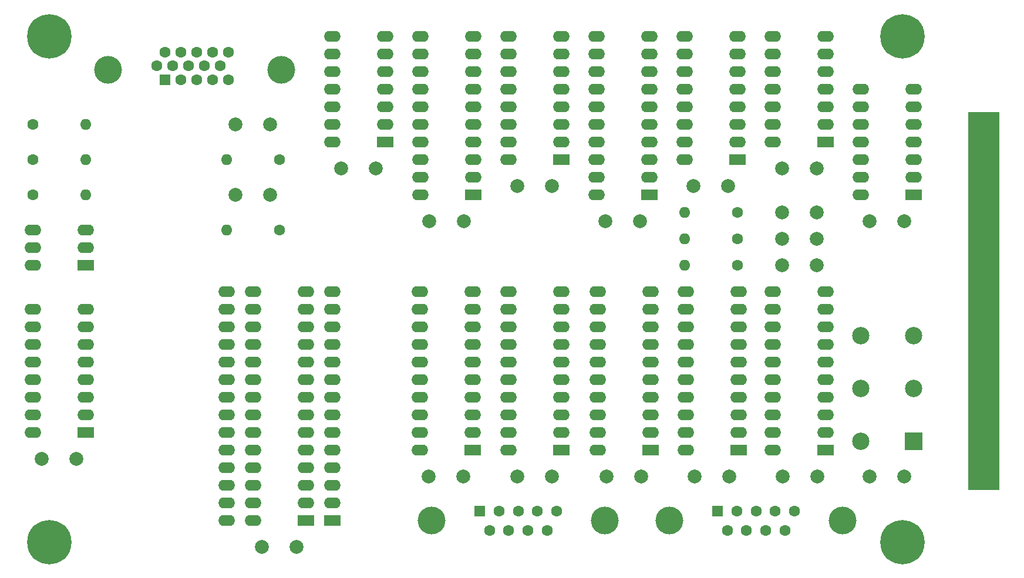
<source format=gbs>
G04 #@! TF.GenerationSoftware,KiCad,Pcbnew,5.1.10*
G04 #@! TF.CreationDate,2022-03-17T13:13:52-07:00*
G04 #@! TF.ProjectId,zf_vga,7a665f76-6761-42e6-9b69-6361645f7063,rev?*
G04 #@! TF.SameCoordinates,Original*
G04 #@! TF.FileFunction,Soldermask,Bot*
G04 #@! TF.FilePolarity,Negative*
%FSLAX46Y46*%
G04 Gerber Fmt 4.6, Leading zero omitted, Abs format (unit mm)*
G04 Created by KiCad (PCBNEW 5.1.10) date 2022-03-17 13:13:52*
%MOMM*%
%LPD*%
G01*
G04 APERTURE LIST*
%ADD10C,0.100000*%
%ADD11C,4.000000*%
%ADD12C,1.600000*%
%ADD13R,1.600000X1.600000*%
%ADD14O,2.400000X1.600000*%
%ADD15R,2.400000X1.600000*%
%ADD16C,2.500000*%
%ADD17R,2.500000X2.500000*%
%ADD18C,2.000000*%
%ADD19C,6.400000*%
%ADD20O,1.600000X1.600000*%
G04 APERTURE END LIST*
D10*
G36*
X229618999Y-95994000D02*
G01*
X225118999Y-95994000D01*
X225118999Y-41494000D01*
X229618999Y-41494000D01*
X229618999Y-95994000D01*
G37*
D11*
X101104000Y-35358000D03*
X126104000Y-35358000D03*
D12*
X118449000Y-32818000D03*
X116159000Y-32818000D03*
X113869000Y-32818000D03*
X111579000Y-32818000D03*
X109289000Y-32818000D03*
X117304000Y-34798000D03*
X115014000Y-34798000D03*
X112724000Y-34798000D03*
X110434000Y-34798000D03*
X108144000Y-34798000D03*
X118449000Y-36778000D03*
X116159000Y-36778000D03*
X113869000Y-36778000D03*
X111579000Y-36778000D03*
D13*
X109289000Y-36778000D03*
D11*
X207040000Y-100414000D03*
X182040000Y-100414000D03*
D12*
X198695000Y-101834000D03*
X195925000Y-101834000D03*
X193155000Y-101834000D03*
X190385000Y-101834000D03*
X200080000Y-98994000D03*
X197310000Y-98994000D03*
X194540000Y-98994000D03*
X191770000Y-98994000D03*
D13*
X189000000Y-98994000D03*
D11*
X172759000Y-100414000D03*
X147759000Y-100414000D03*
D12*
X164414000Y-101834000D03*
X161644000Y-101834000D03*
X158874000Y-101834000D03*
X156104000Y-101834000D03*
X165799000Y-98994000D03*
X163029000Y-98994000D03*
X160259000Y-98994000D03*
X157489000Y-98994000D03*
D13*
X154719000Y-98994000D03*
D14*
X122029000Y-100344000D03*
X129649000Y-67324000D03*
X122029000Y-97804000D03*
X129649000Y-69864000D03*
X122029000Y-95264000D03*
X129649000Y-72404000D03*
X122029000Y-92724000D03*
X129649000Y-74944000D03*
X122029000Y-90184000D03*
X129649000Y-77484000D03*
X122029000Y-87644000D03*
X129649000Y-80024000D03*
X122029000Y-85104000D03*
X129649000Y-82564000D03*
X122029000Y-82564000D03*
X129649000Y-85104000D03*
X122029000Y-80024000D03*
X129649000Y-87644000D03*
X122029000Y-77484000D03*
X129649000Y-90184000D03*
X122029000Y-74944000D03*
X129649000Y-92724000D03*
X122029000Y-72404000D03*
X129649000Y-95264000D03*
X122029000Y-69864000D03*
X129649000Y-97804000D03*
X122029000Y-67324000D03*
D15*
X129649000Y-100344000D03*
D16*
X209619000Y-81294000D03*
X217239000Y-81294000D03*
X217239000Y-73674000D03*
X209619000Y-73674000D03*
X209619000Y-88914000D03*
D17*
X217239000Y-88914000D03*
D18*
X147414000Y-57164000D03*
X152414000Y-57164000D03*
D14*
X118219000Y-100344000D03*
X133459000Y-67324000D03*
X118219000Y-97804000D03*
X133459000Y-69864000D03*
X118219000Y-95264000D03*
X133459000Y-72404000D03*
X118219000Y-92724000D03*
X133459000Y-74944000D03*
X118219000Y-90184000D03*
X133459000Y-77484000D03*
X118219000Y-87644000D03*
X133459000Y-80024000D03*
X118219000Y-85104000D03*
X133459000Y-82564000D03*
X118219000Y-82564000D03*
X133459000Y-85104000D03*
X118219000Y-80024000D03*
X133459000Y-87644000D03*
X118219000Y-77484000D03*
X133459000Y-90184000D03*
X118219000Y-74944000D03*
X133459000Y-92724000D03*
X118219000Y-72404000D03*
X133459000Y-95264000D03*
X118219000Y-69864000D03*
X133459000Y-97804000D03*
X118219000Y-67324000D03*
D15*
X133459000Y-100344000D03*
X179139000Y-53354000D03*
D14*
X171519000Y-30494000D03*
X179139000Y-50814000D03*
X171519000Y-33034000D03*
X179139000Y-48274000D03*
X171519000Y-35574000D03*
X179139000Y-45734000D03*
X171519000Y-38114000D03*
X179139000Y-43194000D03*
X171519000Y-40654000D03*
X179139000Y-40654000D03*
X171519000Y-43194000D03*
X179139000Y-38114000D03*
X171519000Y-45734000D03*
X179139000Y-35574000D03*
X171519000Y-48274000D03*
X179139000Y-33034000D03*
X171519000Y-50814000D03*
X179139000Y-30494000D03*
X171519000Y-53354000D03*
D19*
X92619000Y-30494000D03*
X215619000Y-103494000D03*
X215619000Y-30494000D03*
X92619000Y-103494000D03*
D15*
X204539000Y-90184000D03*
D14*
X196919000Y-67324000D03*
X204539000Y-87644000D03*
X196919000Y-69864000D03*
X204539000Y-85104000D03*
X196919000Y-72404000D03*
X204539000Y-82564000D03*
X196919000Y-74944000D03*
X204539000Y-80024000D03*
X196919000Y-77484000D03*
X204539000Y-77484000D03*
X196919000Y-80024000D03*
X204539000Y-74944000D03*
X196919000Y-82564000D03*
X204539000Y-72404000D03*
X196919000Y-85104000D03*
X204539000Y-69864000D03*
X196919000Y-87644000D03*
X204539000Y-67324000D03*
X196919000Y-90184000D03*
D15*
X191839000Y-48274000D03*
D14*
X184219000Y-30494000D03*
X191839000Y-45734000D03*
X184219000Y-33034000D03*
X191839000Y-43194000D03*
X184219000Y-35574000D03*
X191839000Y-40654000D03*
X184219000Y-38114000D03*
X191839000Y-38114000D03*
X184219000Y-40654000D03*
X191839000Y-35574000D03*
X184219000Y-43194000D03*
X191839000Y-33034000D03*
X184219000Y-45734000D03*
X191839000Y-30494000D03*
X184219000Y-48274000D03*
D15*
X192039000Y-90184000D03*
D14*
X184419000Y-67324000D03*
X192039000Y-87644000D03*
X184419000Y-69864000D03*
X192039000Y-85104000D03*
X184419000Y-72404000D03*
X192039000Y-82564000D03*
X184419000Y-74944000D03*
X192039000Y-80024000D03*
X184419000Y-77484000D03*
X192039000Y-77484000D03*
X184419000Y-80024000D03*
X192039000Y-74944000D03*
X184419000Y-82564000D03*
X192039000Y-72404000D03*
X184419000Y-85104000D03*
X192039000Y-69864000D03*
X184419000Y-87644000D03*
X192039000Y-67324000D03*
X184419000Y-90184000D03*
D15*
X179339000Y-90184000D03*
D14*
X171719000Y-67324000D03*
X179339000Y-87644000D03*
X171719000Y-69864000D03*
X179339000Y-85104000D03*
X171719000Y-72404000D03*
X179339000Y-82564000D03*
X171719000Y-74944000D03*
X179339000Y-80024000D03*
X171719000Y-77484000D03*
X179339000Y-77484000D03*
X171719000Y-80024000D03*
X179339000Y-74944000D03*
X171719000Y-82564000D03*
X179339000Y-72404000D03*
X171719000Y-85104000D03*
X179339000Y-69864000D03*
X171719000Y-87644000D03*
X179339000Y-67324000D03*
X171719000Y-90184000D03*
D15*
X166439000Y-48274000D03*
D14*
X158819000Y-30494000D03*
X166439000Y-45734000D03*
X158819000Y-33034000D03*
X166439000Y-43194000D03*
X158819000Y-35574000D03*
X166439000Y-40654000D03*
X158819000Y-38114000D03*
X166439000Y-38114000D03*
X158819000Y-40654000D03*
X166439000Y-35574000D03*
X158819000Y-43194000D03*
X166439000Y-33034000D03*
X158819000Y-45734000D03*
X166439000Y-30494000D03*
X158819000Y-48274000D03*
D15*
X166439000Y-90184000D03*
D14*
X158819000Y-67324000D03*
X166439000Y-87644000D03*
X158819000Y-69864000D03*
X166439000Y-85104000D03*
X158819000Y-72404000D03*
X166439000Y-82564000D03*
X158819000Y-74944000D03*
X166439000Y-80024000D03*
X158819000Y-77484000D03*
X166439000Y-77484000D03*
X158819000Y-80024000D03*
X166439000Y-74944000D03*
X158819000Y-82564000D03*
X166439000Y-72404000D03*
X158819000Y-85104000D03*
X166439000Y-69864000D03*
X158819000Y-87644000D03*
X166439000Y-67324000D03*
X158819000Y-90184000D03*
X146050000Y-90184000D03*
X153670000Y-67324000D03*
X146050000Y-87644000D03*
X153670000Y-69864000D03*
X146050000Y-85104000D03*
X153670000Y-72404000D03*
X146050000Y-82564000D03*
X153670000Y-74944000D03*
X146050000Y-80024000D03*
X153670000Y-77484000D03*
X146050000Y-77484000D03*
X153670000Y-80024000D03*
X146050000Y-74944000D03*
X153670000Y-82564000D03*
X146050000Y-72404000D03*
X153670000Y-85104000D03*
X146050000Y-69864000D03*
X153670000Y-87644000D03*
X146050000Y-67324000D03*
D15*
X153670000Y-90184000D03*
X153739000Y-53354000D03*
D14*
X146119000Y-30494000D03*
X153739000Y-50814000D03*
X146119000Y-33034000D03*
X153739000Y-48274000D03*
X146119000Y-35574000D03*
X153739000Y-45734000D03*
X146119000Y-38114000D03*
X153739000Y-43194000D03*
X146119000Y-40654000D03*
X153739000Y-40654000D03*
X146119000Y-43194000D03*
X153739000Y-38114000D03*
X146119000Y-45734000D03*
X153739000Y-35574000D03*
X146119000Y-48274000D03*
X153739000Y-33034000D03*
X146119000Y-50814000D03*
X153739000Y-30494000D03*
X146119000Y-53354000D03*
X209619000Y-53354000D03*
X217239000Y-38114000D03*
X209619000Y-50814000D03*
X217239000Y-40654000D03*
X209619000Y-48274000D03*
X217239000Y-43194000D03*
X209619000Y-45734000D03*
X217239000Y-45734000D03*
X209619000Y-43194000D03*
X217239000Y-48274000D03*
X209619000Y-40654000D03*
X217239000Y-50814000D03*
X209619000Y-38114000D03*
D15*
X217239000Y-53354000D03*
X141039000Y-45734000D03*
D14*
X133419000Y-30494000D03*
X141039000Y-43194000D03*
X133419000Y-33034000D03*
X141039000Y-40654000D03*
X133419000Y-35574000D03*
X141039000Y-38114000D03*
X133419000Y-38114000D03*
X141039000Y-35574000D03*
X133419000Y-40654000D03*
X141039000Y-33034000D03*
X133419000Y-43194000D03*
X141039000Y-30494000D03*
X133419000Y-45734000D03*
D15*
X204539000Y-45734000D03*
D14*
X196919000Y-30494000D03*
X204539000Y-43194000D03*
X196919000Y-33034000D03*
X204539000Y-40654000D03*
X196919000Y-35574000D03*
X204539000Y-38114000D03*
X196919000Y-38114000D03*
X204539000Y-35574000D03*
X196919000Y-40654000D03*
X204539000Y-33034000D03*
X196919000Y-43194000D03*
X204539000Y-30494000D03*
X196919000Y-45734000D03*
X90239000Y-87644000D03*
X97859000Y-69864000D03*
X90239000Y-85104000D03*
X97859000Y-72404000D03*
X90239000Y-82564000D03*
X97859000Y-74944000D03*
X90239000Y-80024000D03*
X97859000Y-77484000D03*
X90239000Y-77484000D03*
X97859000Y-80024000D03*
X90239000Y-74944000D03*
X97859000Y-82564000D03*
X90239000Y-72404000D03*
X97859000Y-85104000D03*
X90239000Y-69864000D03*
D15*
X97859000Y-87644000D03*
D18*
X203269000Y-63514000D03*
X198269000Y-63514000D03*
X198269000Y-59704000D03*
X203269000Y-59704000D03*
X203269000Y-55894000D03*
X198269000Y-55894000D03*
X119449000Y-53354000D03*
X124449000Y-53354000D03*
X119449000Y-43194000D03*
X124449000Y-43194000D03*
D20*
X184219000Y-63514000D03*
D12*
X191839000Y-63514000D03*
X191824000Y-59704000D03*
D20*
X184204000Y-59704000D03*
X184204000Y-55894000D03*
D12*
X191824000Y-55894000D03*
D20*
X97859000Y-43194000D03*
D12*
X90239000Y-43194000D03*
D20*
X97859000Y-48274000D03*
D12*
X90239000Y-48274000D03*
D20*
X97859000Y-53354000D03*
D12*
X90239000Y-53354000D03*
X125799000Y-58434000D03*
D20*
X118179000Y-58434000D03*
X118179000Y-48274000D03*
D12*
X125799000Y-48274000D03*
D18*
X215929000Y-93994000D03*
X210929000Y-93994000D03*
X185514000Y-52084000D03*
X190514000Y-52084000D03*
X165114000Y-52164000D03*
X160114000Y-52164000D03*
X172789000Y-57164000D03*
X177789000Y-57164000D03*
X165114000Y-93994000D03*
X160114000Y-93994000D03*
X147345000Y-93994000D03*
X152345000Y-93994000D03*
X215889000Y-57164000D03*
X210889000Y-57164000D03*
X198269000Y-49544000D03*
X203269000Y-49544000D03*
X139714000Y-49544000D03*
X134714000Y-49544000D03*
X96534000Y-91454000D03*
X91534000Y-91454000D03*
X128299000Y-104154000D03*
X123299000Y-104154000D03*
X203389000Y-93994000D03*
X198389000Y-93994000D03*
X185714000Y-93994000D03*
X190714000Y-93994000D03*
X173014000Y-93994000D03*
X178014000Y-93994000D03*
D15*
X97859000Y-63514000D03*
D14*
X90239000Y-58434000D03*
X97859000Y-60974000D03*
X90239000Y-60974000D03*
X97859000Y-58434000D03*
X90239000Y-63514000D03*
M02*

</source>
